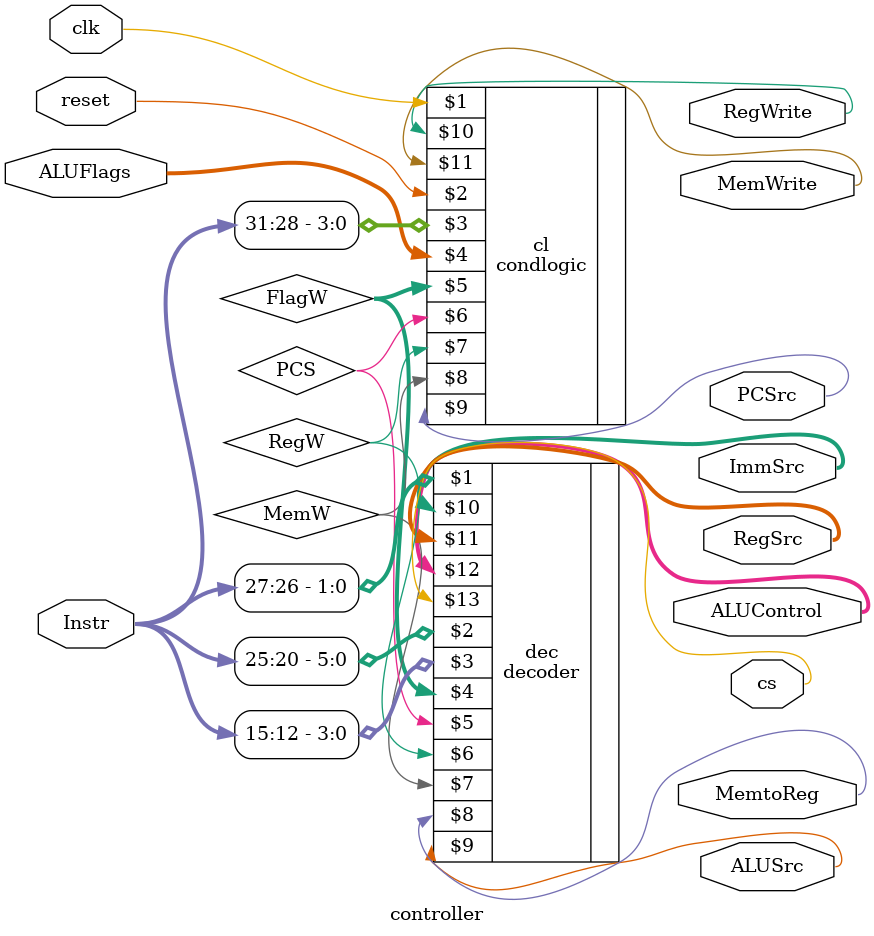
<source format=sv>
module controller(input logic clk, reset,
						input logic [31:12] Instr,
						input logic [3:0] ALUFlags,
						output logic [1:0] RegSrc,
						output logic RegWrite,
						output logic [1:0] ImmSrc,
						output logic ALUSrc,
						output logic [1:0] ALUControl,
						output logic MemWrite, MemtoReg,
						output logic PCSrc,
						output logic cs);
						
						
logic [1:0] FlagW;
logic PCS, RegW, MemW;
decoder dec(Instr[27:26], Instr[25:20], Instr[15:12],
				FlagW, PCS, RegW, MemW,
				MemtoReg, ALUSrc, ImmSrc, RegSrc, ALUControl, cs);
				
condlogic cl(clk, reset, Instr[31:28], ALUFlags,
					FlagW, PCS, RegW, MemW,
					PCSrc, RegWrite, MemWrite);
endmodule
</source>
